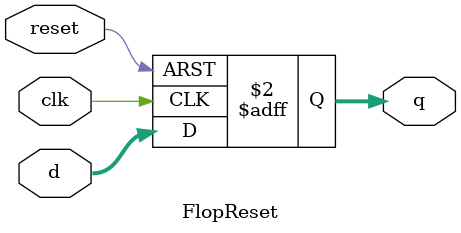
<source format=sv>
/**
 * リセット付きフリップ・フロップ
 */
module FlopReset
  #(parameter WIDTH = 8)	   // 入出力ビット幅
   (input logic clk, reset,	// クロック、リセット
    input logic [WIDTH - 1:0]  d, // 入力
    output logic [WIDTH - 1:0] q); // 出力

   always_ff @(posedge clk, posedge reset)
     if (reset) q <= 0;
     else q <= d;
   
endmodule // FlopReset

</source>
